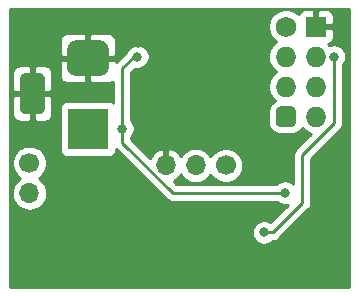
<source format=gbr>
G04 #@! TF.GenerationSoftware,KiCad,Pcbnew,(5.0.2-5)-5*
G04 #@! TF.CreationDate,2019-03-18T15:48:25+01:00*
G04 #@! TF.ProjectId,coffee-notification-button,636f6666-6565-42d6-9e6f-746966696361,00001*
G04 #@! TF.SameCoordinates,Original*
G04 #@! TF.FileFunction,Copper,L2,Bot*
G04 #@! TF.FilePolarity,Positive*
%FSLAX46Y46*%
G04 Gerber Fmt 4.6, Leading zero omitted, Abs format (unit mm)*
G04 Created by KiCad (PCBNEW (5.0.2-5)-5) date 2019 March 18, Monday 15:48:25*
%MOMM*%
%LPD*%
G01*
G04 APERTURE LIST*
G04 #@! TA.AperFunction,Conductor*
%ADD10C,0.100000*%
G04 #@! TD*
G04 #@! TA.AperFunction,ComponentPad*
%ADD11C,2.100000*%
G04 #@! TD*
G04 #@! TA.AperFunction,ComponentPad*
%ADD12C,3.000000*%
G04 #@! TD*
G04 #@! TA.AperFunction,ComponentPad*
%ADD13R,3.500000X3.500000*%
G04 #@! TD*
G04 #@! TA.AperFunction,ComponentPad*
%ADD14C,1.727200*%
G04 #@! TD*
G04 #@! TA.AperFunction,ComponentPad*
%ADD15R,1.727200X1.727200*%
G04 #@! TD*
G04 #@! TA.AperFunction,ComponentPad*
%ADD16O,1.727200X1.727200*%
G04 #@! TD*
G04 #@! TA.AperFunction,ComponentPad*
%ADD17O,1.700000X1.700000*%
G04 #@! TD*
G04 #@! TA.AperFunction,ComponentPad*
%ADD18C,1.700000*%
G04 #@! TD*
G04 #@! TA.AperFunction,ViaPad*
%ADD19C,0.800000*%
G04 #@! TD*
G04 #@! TA.AperFunction,Conductor*
%ADD20C,0.250000*%
G04 #@! TD*
G04 #@! TA.AperFunction,Conductor*
%ADD21C,0.254000*%
G04 #@! TD*
%ADD22C,0.254000*%
G04 APERTURE END LIST*
D10*
G04 #@! TO.N,GND*
G04 #@! TO.C,J2*
G36*
X107255459Y-91423528D02*
X107306422Y-91431088D01*
X107356399Y-91443606D01*
X107404909Y-91460963D01*
X107451483Y-91482991D01*
X107495674Y-91509478D01*
X107537056Y-91540170D01*
X107575231Y-91574769D01*
X107609830Y-91612944D01*
X107640522Y-91654326D01*
X107667009Y-91698517D01*
X107689037Y-91745091D01*
X107706394Y-91793601D01*
X107718912Y-91843578D01*
X107726472Y-91894541D01*
X107729000Y-91946000D01*
X107729000Y-94396000D01*
X107726472Y-94447459D01*
X107718912Y-94498422D01*
X107706394Y-94548399D01*
X107689037Y-94596909D01*
X107667009Y-94643483D01*
X107640522Y-94687674D01*
X107609830Y-94729056D01*
X107575231Y-94767231D01*
X107537056Y-94801830D01*
X107495674Y-94832522D01*
X107451483Y-94859009D01*
X107404909Y-94881037D01*
X107356399Y-94898394D01*
X107306422Y-94910912D01*
X107255459Y-94918472D01*
X107204000Y-94921000D01*
X106154000Y-94921000D01*
X106102541Y-94918472D01*
X106051578Y-94910912D01*
X106001601Y-94898394D01*
X105953091Y-94881037D01*
X105906517Y-94859009D01*
X105862326Y-94832522D01*
X105820944Y-94801830D01*
X105782769Y-94767231D01*
X105748170Y-94729056D01*
X105717478Y-94687674D01*
X105690991Y-94643483D01*
X105668963Y-94596909D01*
X105651606Y-94548399D01*
X105639088Y-94498422D01*
X105631528Y-94447459D01*
X105629000Y-94396000D01*
X105629000Y-91946000D01*
X105631528Y-91894541D01*
X105639088Y-91843578D01*
X105651606Y-91793601D01*
X105668963Y-91745091D01*
X105690991Y-91698517D01*
X105717478Y-91654326D01*
X105748170Y-91612944D01*
X105782769Y-91574769D01*
X105820944Y-91540170D01*
X105862326Y-91509478D01*
X105906517Y-91482991D01*
X105953091Y-91460963D01*
X106001601Y-91443606D01*
X106051578Y-91431088D01*
X106102541Y-91423528D01*
X106154000Y-91421000D01*
X107204000Y-91421000D01*
X107255459Y-91423528D01*
X107255459Y-91423528D01*
G37*
D11*
G04 #@! TD*
G04 #@! TO.P,J2,3*
G04 #@! TO.N,GND*
X106679000Y-93171000D03*
D10*
G04 #@! TO.N,GND*
G04 #@! TO.C,J2*
G36*
X112452513Y-88674611D02*
X112525318Y-88685411D01*
X112596714Y-88703295D01*
X112666013Y-88728090D01*
X112732548Y-88759559D01*
X112795678Y-88797398D01*
X112854795Y-88841242D01*
X112909330Y-88890670D01*
X112958758Y-88945205D01*
X113002602Y-89004322D01*
X113040441Y-89067452D01*
X113071910Y-89133987D01*
X113096705Y-89203286D01*
X113114589Y-89274682D01*
X113125389Y-89347487D01*
X113129000Y-89421000D01*
X113129000Y-90921000D01*
X113125389Y-90994513D01*
X113114589Y-91067318D01*
X113096705Y-91138714D01*
X113071910Y-91208013D01*
X113040441Y-91274548D01*
X113002602Y-91337678D01*
X112958758Y-91396795D01*
X112909330Y-91451330D01*
X112854795Y-91500758D01*
X112795678Y-91544602D01*
X112732548Y-91582441D01*
X112666013Y-91613910D01*
X112596714Y-91638705D01*
X112525318Y-91656589D01*
X112452513Y-91667389D01*
X112379000Y-91671000D01*
X110379000Y-91671000D01*
X110305487Y-91667389D01*
X110232682Y-91656589D01*
X110161286Y-91638705D01*
X110091987Y-91613910D01*
X110025452Y-91582441D01*
X109962322Y-91544602D01*
X109903205Y-91500758D01*
X109848670Y-91451330D01*
X109799242Y-91396795D01*
X109755398Y-91337678D01*
X109717559Y-91274548D01*
X109686090Y-91208013D01*
X109661295Y-91138714D01*
X109643411Y-91067318D01*
X109632611Y-90994513D01*
X109629000Y-90921000D01*
X109629000Y-89421000D01*
X109632611Y-89347487D01*
X109643411Y-89274682D01*
X109661295Y-89203286D01*
X109686090Y-89133987D01*
X109717559Y-89067452D01*
X109755398Y-89004322D01*
X109799242Y-88945205D01*
X109848670Y-88890670D01*
X109903205Y-88841242D01*
X109962322Y-88797398D01*
X110025452Y-88759559D01*
X110091987Y-88728090D01*
X110161286Y-88703295D01*
X110232682Y-88685411D01*
X110305487Y-88674611D01*
X110379000Y-88671000D01*
X112379000Y-88671000D01*
X112452513Y-88674611D01*
X112452513Y-88674611D01*
G37*
D12*
G04 #@! TD*
G04 #@! TO.P,J2,2*
G04 #@! TO.N,GND*
X111379000Y-90171000D03*
D13*
G04 #@! TO.P,J2,1*
G04 #@! TO.N,+BATT*
X111379000Y-96171000D03*
G04 #@! TD*
D14*
G04 #@! TO.P,U3,1*
G04 #@! TO.N,Net-(U3-Pad1)*
X128143000Y-87503000D03*
D15*
G04 #@! TO.P,U3,2*
G04 #@! TO.N,GND*
X130683000Y-87503000D03*
D16*
G04 #@! TO.P,U3,3*
G04 #@! TO.N,Net-(R1-Pad2)*
X128143000Y-90043000D03*
G04 #@! TO.P,U3,4*
G04 #@! TO.N,/LED_DATA*
X130683000Y-90043000D03*
G04 #@! TO.P,U3,5*
G04 #@! TO.N,Net-(R2-Pad2)*
X128143000Y-92583000D03*
G04 #@! TO.P,U3,6*
G04 #@! TO.N,/HOLD*
X130683000Y-92583000D03*
D10*
G04 #@! TD*
G04 #@! TO.N,+3V3*
G04 #@! TO.C,U3*
G36*
X128617124Y-94261479D02*
X128659040Y-94267697D01*
X128700145Y-94277993D01*
X128740043Y-94292269D01*
X128778349Y-94310386D01*
X128814695Y-94332171D01*
X128848731Y-94357414D01*
X128880129Y-94385871D01*
X128908586Y-94417269D01*
X128933829Y-94451305D01*
X128955614Y-94487651D01*
X128973731Y-94525957D01*
X128988007Y-94565855D01*
X128998303Y-94606960D01*
X129004521Y-94648876D01*
X129006600Y-94691200D01*
X129006600Y-95554800D01*
X129004521Y-95597124D01*
X128998303Y-95639040D01*
X128988007Y-95680145D01*
X128973731Y-95720043D01*
X128955614Y-95758349D01*
X128933829Y-95794695D01*
X128908586Y-95828731D01*
X128880129Y-95860129D01*
X128848731Y-95888586D01*
X128814695Y-95913829D01*
X128778349Y-95935614D01*
X128740043Y-95953731D01*
X128700145Y-95968007D01*
X128659040Y-95978303D01*
X128617124Y-95984521D01*
X128574800Y-95986600D01*
X127711200Y-95986600D01*
X127668876Y-95984521D01*
X127626960Y-95978303D01*
X127585855Y-95968007D01*
X127545957Y-95953731D01*
X127507651Y-95935614D01*
X127471305Y-95913829D01*
X127437269Y-95888586D01*
X127405871Y-95860129D01*
X127377414Y-95828731D01*
X127352171Y-95794695D01*
X127330386Y-95758349D01*
X127312269Y-95720043D01*
X127297993Y-95680145D01*
X127287697Y-95639040D01*
X127281479Y-95597124D01*
X127279400Y-95554800D01*
X127279400Y-94691200D01*
X127281479Y-94648876D01*
X127287697Y-94606960D01*
X127297993Y-94565855D01*
X127312269Y-94525957D01*
X127330386Y-94487651D01*
X127352171Y-94451305D01*
X127377414Y-94417269D01*
X127405871Y-94385871D01*
X127437269Y-94357414D01*
X127471305Y-94332171D01*
X127507651Y-94310386D01*
X127545957Y-94292269D01*
X127585855Y-94277993D01*
X127626960Y-94267697D01*
X127668876Y-94261479D01*
X127711200Y-94259400D01*
X128574800Y-94259400D01*
X128617124Y-94261479D01*
X128617124Y-94261479D01*
G37*
D14*
G04 #@! TO.P,U3,7*
G04 #@! TO.N,+3V3*
X128143000Y-95123000D03*
D16*
G04 #@! TO.P,U3,8*
G04 #@! TO.N,Net-(U3-Pad8)*
X130683000Y-95123000D03*
G04 #@! TD*
D17*
G04 #@! TO.P,SW1,2*
G04 #@! TO.N,Net-(R3-Pad2)*
X106426000Y-101600000D03*
D18*
G04 #@! TO.P,SW1,1*
G04 #@! TO.N,+BATT*
X106426000Y-99060000D03*
G04 #@! TD*
G04 #@! TO.P,J1,1*
G04 #@! TO.N,+5V*
X123057965Y-99259572D03*
D17*
G04 #@! TO.P,J1,2*
G04 #@! TO.N,Net-(J1-Pad2)*
X120517965Y-99259572D03*
G04 #@! TO.P,J1,3*
G04 #@! TO.N,GND*
X117977965Y-99259572D03*
G04 #@! TD*
D19*
G04 #@! TO.N,GND*
X115824000Y-93980000D03*
X131368800Y-98196400D03*
X130225800Y-105257600D03*
X105283000Y-86487000D03*
X125222000Y-99491800D03*
X115626850Y-88870891D03*
G04 #@! TO.N,/ENABLE*
X115570000Y-90043000D03*
X114300000Y-96139000D03*
X128052500Y-101563500D03*
G04 #@! TO.N,/LED_DATA*
X126288710Y-104927280D03*
X132207000Y-90043000D03*
G04 #@! TD*
D20*
G04 #@! TO.N,/ENABLE*
X114300000Y-91035775D02*
X114300000Y-96139000D01*
X115546775Y-89789000D02*
X114300000Y-91035775D01*
X114300000Y-96704685D02*
X114300000Y-96139000D01*
X114300000Y-97320609D02*
X114300000Y-96704685D01*
X118542891Y-101563500D02*
X114300000Y-97320609D01*
X128052500Y-101563500D02*
X118542891Y-101563500D01*
G04 #@! TO.N,/LED_DATA*
X127031722Y-104927280D02*
X126854395Y-104927280D01*
X132207000Y-95700998D02*
X129540000Y-98367998D01*
X129540000Y-98367998D02*
X129540000Y-102419002D01*
X126854395Y-104927280D02*
X126288710Y-104927280D01*
X129540000Y-102419002D02*
X127031722Y-104927280D01*
X132207000Y-90043000D02*
X132207000Y-95700998D01*
G04 #@! TD*
D21*
G04 #@! TO.N,GND*
X104787700Y-85991700D02*
X133464300Y-85991700D01*
X104787700Y-86233000D02*
X127346281Y-86233000D01*
X128939720Y-86233000D02*
X129327774Y-86233000D01*
X130556000Y-86233000D02*
X130810000Y-86233000D01*
X132038226Y-86233000D02*
X133464300Y-86233000D01*
X104787700Y-86474300D02*
X127052359Y-86474300D01*
X130556000Y-86474300D02*
X130810000Y-86474300D01*
X132161200Y-86474300D02*
X133464300Y-86474300D01*
X104787700Y-86715600D02*
X126866774Y-86715600D01*
X130556000Y-86715600D02*
X130810000Y-86715600D01*
X132181600Y-86715600D02*
X133464300Y-86715600D01*
X104787700Y-86956900D02*
X126747130Y-86956900D01*
X130556000Y-86956900D02*
X130810000Y-86956900D01*
X132181600Y-86956900D02*
X133464300Y-86956900D01*
X104787700Y-87198200D02*
X126675670Y-87198200D01*
X130556000Y-87198200D02*
X130810000Y-87198200D01*
X132181600Y-87198200D02*
X133464300Y-87198200D01*
X104787700Y-87439500D02*
X126644400Y-87439500D01*
X130536000Y-87439500D02*
X133464300Y-87439500D01*
X104787700Y-87680800D02*
X126650407Y-87680800D01*
X132073650Y-87680800D02*
X133464300Y-87680800D01*
X104787700Y-87922100D02*
X126698404Y-87922100D01*
X132181600Y-87922100D02*
X133464300Y-87922100D01*
X104787700Y-88163400D02*
X109245707Y-88163400D01*
X111220650Y-88163400D02*
X111537350Y-88163400D01*
X113512294Y-88163400D02*
X126794473Y-88163400D01*
X132181600Y-88163400D02*
X133464300Y-88163400D01*
X104787700Y-88404700D02*
X109051986Y-88404700D01*
X111252000Y-88404700D02*
X111506000Y-88404700D01*
X113706015Y-88404700D02*
X126943145Y-88404700D01*
X132181600Y-88404700D02*
X133464300Y-88404700D01*
X104787700Y-88646000D02*
X108994000Y-88646000D01*
X111252000Y-88646000D02*
X111506000Y-88646000D01*
X113764000Y-88646000D02*
X127166659Y-88646000D01*
X132118187Y-88646000D02*
X133464300Y-88646000D01*
X104787700Y-88887300D02*
X108994000Y-88887300D01*
X111252000Y-88887300D02*
X111506000Y-88887300D01*
X113764000Y-88887300D02*
X127188969Y-88887300D01*
X131910287Y-88887300D02*
X133464300Y-88887300D01*
X104787700Y-89128600D02*
X108994000Y-89128600D01*
X111252000Y-89128600D02*
X111506000Y-89128600D01*
X113764000Y-89128600D02*
X115075547Y-89128600D01*
X116064454Y-89128600D02*
X126954776Y-89128600D01*
X132701454Y-89128600D02*
X133464300Y-89128600D01*
X104787700Y-89369900D02*
X108994000Y-89369900D01*
X111252000Y-89369900D02*
X111506000Y-89369900D01*
X113764000Y-89369900D02*
X114779389Y-89369900D01*
X116360611Y-89369900D02*
X126803536Y-89369900D01*
X132997611Y-89369900D02*
X133464300Y-89369900D01*
X104787700Y-89611200D02*
X108994000Y-89611200D01*
X111252000Y-89611200D02*
X111506000Y-89611200D01*
X113764000Y-89611200D02*
X114628582Y-89611200D01*
X116511419Y-89611200D02*
X126707953Y-89611200D01*
X133148419Y-89611200D02*
X133464300Y-89611200D01*
X104787700Y-89852500D02*
X108994000Y-89852500D01*
X111252000Y-89852500D02*
X111506000Y-89852500D01*
X113764000Y-89852500D02*
X114408474Y-89852500D01*
X116587385Y-89852500D02*
X126655912Y-89852500D01*
X133224385Y-89852500D02*
X133464300Y-89852500D01*
X104787700Y-90093800D02*
X114167174Y-90093800D01*
X116605000Y-90093800D02*
X126642152Y-90093800D01*
X133242000Y-90093800D02*
X133464300Y-90093800D01*
X104787700Y-90335100D02*
X109115650Y-90335100D01*
X111252000Y-90335100D02*
X111506000Y-90335100D01*
X113642350Y-90335100D02*
X113925874Y-90335100D01*
X116567174Y-90335100D02*
X126665918Y-90335100D01*
X133204174Y-90335100D02*
X133464300Y-90335100D01*
X104787700Y-90576400D02*
X108994000Y-90576400D01*
X111252000Y-90576400D02*
X111506000Y-90576400D01*
X116458377Y-90576400D02*
X126738772Y-90576400D01*
X133095377Y-90576400D02*
X133464300Y-90576400D01*
X104787700Y-90817700D02*
X105426161Y-90817700D01*
X106424950Y-90817700D02*
X106933050Y-90817700D01*
X107931840Y-90817700D02*
X108994000Y-90817700D01*
X111252000Y-90817700D02*
X111506000Y-90817700D01*
X116259011Y-90817700D02*
X126857841Y-90817700D01*
X132967000Y-90817700D02*
X133464300Y-90817700D01*
X104787700Y-91059000D02*
X105107173Y-91059000D01*
X106552000Y-91059000D02*
X106806000Y-91059000D01*
X108250828Y-91059000D02*
X108994000Y-91059000D01*
X111252000Y-91059000D02*
X111506000Y-91059000D01*
X115351576Y-91059000D02*
X115372540Y-91059000D01*
X115767459Y-91059000D02*
X127038156Y-91059000D01*
X132967000Y-91059000D02*
X133464300Y-91059000D01*
X104787700Y-91300300D02*
X105005569Y-91300300D01*
X106552000Y-91300300D02*
X106806000Y-91300300D01*
X108352432Y-91300300D02*
X108994000Y-91300300D01*
X111252000Y-91300300D02*
X111506000Y-91300300D01*
X115110276Y-91300300D02*
X127316180Y-91300300D01*
X132967000Y-91300300D02*
X133464300Y-91300300D01*
X104787700Y-91541600D02*
X104994000Y-91541600D01*
X106552000Y-91541600D02*
X106806000Y-91541600D01*
X108364000Y-91541600D02*
X108994000Y-91541600D01*
X111252000Y-91541600D02*
X111506000Y-91541600D01*
X115060000Y-91541600D02*
X127059002Y-91541600D01*
X132967000Y-91541600D02*
X133464300Y-91541600D01*
X104787700Y-91782900D02*
X104994000Y-91782900D01*
X106552000Y-91782900D02*
X106806000Y-91782900D01*
X108364000Y-91782900D02*
X109003818Y-91782900D01*
X111252000Y-91782900D02*
X111506000Y-91782900D01*
X115060000Y-91782900D02*
X126871419Y-91782900D01*
X132967000Y-91782900D02*
X133464300Y-91782900D01*
X104787700Y-92024200D02*
X104994000Y-92024200D01*
X106552000Y-92024200D02*
X106806000Y-92024200D01*
X108364000Y-92024200D02*
X109101292Y-92024200D01*
X111252000Y-92024200D02*
X111506000Y-92024200D01*
X115060000Y-92024200D02*
X126746478Y-92024200D01*
X132967000Y-92024200D02*
X133464300Y-92024200D01*
X104787700Y-92265500D02*
X104994000Y-92265500D01*
X106552000Y-92265500D02*
X106806000Y-92265500D01*
X108364000Y-92265500D02*
X109404915Y-92265500D01*
X111133750Y-92265500D02*
X111624250Y-92265500D01*
X113353084Y-92265500D02*
X113540000Y-92265500D01*
X115060000Y-92265500D02*
X126673281Y-92265500D01*
X132967000Y-92265500D02*
X133464300Y-92265500D01*
X104787700Y-92506800D02*
X104994000Y-92506800D01*
X106552000Y-92506800D02*
X106806000Y-92506800D01*
X108364000Y-92506800D02*
X113540000Y-92506800D01*
X115060000Y-92506800D02*
X126644655Y-92506800D01*
X132967000Y-92506800D02*
X133464300Y-92506800D01*
X104787700Y-92748100D02*
X104994000Y-92748100D01*
X106552000Y-92748100D02*
X106806000Y-92748100D01*
X108364000Y-92748100D02*
X113540000Y-92748100D01*
X115060000Y-92748100D02*
X126653410Y-92748100D01*
X132967000Y-92748100D02*
X133464300Y-92748100D01*
X104787700Y-92989400D02*
X105098150Y-92989400D01*
X106552000Y-92989400D02*
X106806000Y-92989400D01*
X108259850Y-92989400D02*
X113540000Y-92989400D01*
X115060000Y-92989400D02*
X126700247Y-92989400D01*
X132967000Y-92989400D02*
X133464300Y-92989400D01*
X104787700Y-93230700D02*
X113540000Y-93230700D01*
X115060000Y-93230700D02*
X126789958Y-93230700D01*
X132967000Y-93230700D02*
X133464300Y-93230700D01*
X104787700Y-93472000D02*
X104994000Y-93472000D01*
X106552000Y-93472000D02*
X106806000Y-93472000D01*
X108364000Y-93472000D02*
X113540000Y-93472000D01*
X115060000Y-93472000D02*
X126933929Y-93472000D01*
X132967000Y-93472000D02*
X133464300Y-93472000D01*
X104787700Y-93713300D02*
X104994000Y-93713300D01*
X106552000Y-93713300D02*
X106806000Y-93713300D01*
X108364000Y-93713300D02*
X113540000Y-93713300D01*
X115060000Y-93713300D02*
X127158018Y-93713300D01*
X132967000Y-93713300D02*
X133464300Y-93713300D01*
X104787700Y-93954600D02*
X104994000Y-93954600D01*
X106552000Y-93954600D02*
X106806000Y-93954600D01*
X108364000Y-93954600D02*
X109196355Y-93954600D01*
X115060000Y-93954600D02*
X126938344Y-93954600D01*
X132967000Y-93954600D02*
X133464300Y-93954600D01*
X104787700Y-94195900D02*
X104994000Y-94195900D01*
X106552000Y-94195900D02*
X106806000Y-94195900D01*
X108364000Y-94195900D02*
X109033711Y-94195900D01*
X115060000Y-94195900D02*
X126768670Y-94195900D01*
X132967000Y-94195900D02*
X133464300Y-94195900D01*
X104787700Y-94437200D02*
X104994000Y-94437200D01*
X106552000Y-94437200D02*
X106806000Y-94437200D01*
X108364000Y-94437200D02*
X108990928Y-94437200D01*
X115060000Y-94437200D02*
X126675621Y-94437200D01*
X132967000Y-94437200D02*
X133464300Y-94437200D01*
X104787700Y-94678500D02*
X104994000Y-94678500D01*
X106552000Y-94678500D02*
X106806000Y-94678500D01*
X108364000Y-94678500D02*
X108990928Y-94678500D01*
X115060000Y-94678500D02*
X126642579Y-94678500D01*
X132967000Y-94678500D02*
X133464300Y-94678500D01*
X104787700Y-94919800D02*
X104994000Y-94919800D01*
X106552000Y-94919800D02*
X106806000Y-94919800D01*
X108364000Y-94919800D02*
X108990928Y-94919800D01*
X115060000Y-94919800D02*
X126641328Y-94919800D01*
X132967000Y-94919800D02*
X133464300Y-94919800D01*
X104787700Y-95161100D02*
X105041133Y-95161100D01*
X106552000Y-95161100D02*
X106806000Y-95161100D01*
X108316866Y-95161100D02*
X108990928Y-95161100D01*
X115060000Y-95161100D02*
X126641328Y-95161100D01*
X132967000Y-95161100D02*
X133464300Y-95161100D01*
X104787700Y-95402400D02*
X105212374Y-95402400D01*
X106546850Y-95402400D02*
X106811150Y-95402400D01*
X108145626Y-95402400D02*
X108990928Y-95402400D01*
X115060000Y-95402400D02*
X126641328Y-95402400D01*
X132967000Y-95402400D02*
X133464300Y-95402400D01*
X104787700Y-95643700D02*
X108990928Y-95643700D01*
X115213835Y-95643700D02*
X126650083Y-95643700D01*
X132967000Y-95643700D02*
X133464300Y-95643700D01*
X104787700Y-95885000D02*
X108990928Y-95885000D01*
X115304754Y-95885000D02*
X126698735Y-95885000D01*
X132945381Y-95885000D02*
X133464300Y-95885000D01*
X104787700Y-96126300D02*
X108990928Y-96126300D01*
X115335000Y-96126300D02*
X126809399Y-96126300D01*
X129476600Y-96126300D02*
X129567733Y-96126300D01*
X132841131Y-96126300D02*
X133464300Y-96126300D01*
X104787700Y-96367600D02*
X108990928Y-96367600D01*
X115309805Y-96367600D02*
X127023270Y-96367600D01*
X129262729Y-96367600D02*
X129837293Y-96367600D01*
X132615199Y-96367600D02*
X133464300Y-96367600D01*
X104787700Y-96608900D02*
X108990928Y-96608900D01*
X115225636Y-96608900D02*
X127551061Y-96608900D01*
X128734938Y-96608900D02*
X130224297Y-96608900D01*
X132373899Y-96608900D02*
X133464300Y-96608900D01*
X104787700Y-96850200D02*
X108990928Y-96850200D01*
X115060000Y-96850200D02*
X129982997Y-96850200D01*
X132132599Y-96850200D02*
X133464300Y-96850200D01*
X104787700Y-97091500D02*
X108990928Y-97091500D01*
X115145693Y-97091500D02*
X129741697Y-97091500D01*
X131891299Y-97091500D02*
X133464300Y-97091500D01*
X104787700Y-97332800D02*
X108990928Y-97332800D01*
X115386993Y-97332800D02*
X129500397Y-97332800D01*
X131649999Y-97332800D02*
X133464300Y-97332800D01*
X104787700Y-97574100D02*
X108990928Y-97574100D01*
X115628293Y-97574100D02*
X129259097Y-97574100D01*
X131408699Y-97574100D02*
X133464300Y-97574100D01*
X104787700Y-97815400D02*
X105615747Y-97815400D01*
X107236254Y-97815400D02*
X108990928Y-97815400D01*
X115869593Y-97815400D02*
X120163096Y-97815400D01*
X120872835Y-97815400D02*
X122706451Y-97815400D01*
X123409480Y-97815400D02*
X129015349Y-97815400D01*
X131167399Y-97815400D02*
X133464300Y-97815400D01*
X104787700Y-98056700D02*
X105329193Y-98056700D01*
X107522807Y-98056700D02*
X109006590Y-98056700D01*
X113751409Y-98056700D02*
X113961289Y-98056700D01*
X116110893Y-98056700D02*
X117118848Y-98056700D01*
X117850965Y-98056700D02*
X118104965Y-98056700D01*
X118837083Y-98056700D02*
X119642851Y-98056700D01*
X121393080Y-98056700D02*
X122185261Y-98056700D01*
X123930670Y-98056700D02*
X128844638Y-98056700D01*
X130926099Y-98056700D02*
X133464300Y-98056700D01*
X104787700Y-98298000D02*
X105149158Y-98298000D01*
X107702843Y-98298000D02*
X109116933Y-98298000D01*
X113641066Y-98298000D02*
X114202589Y-98298000D01*
X116352193Y-98298000D02*
X116855094Y-98298000D01*
X117850965Y-98298000D02*
X118104965Y-98298000D01*
X119100837Y-98298000D02*
X119386047Y-98298000D01*
X121649884Y-98298000D02*
X121919430Y-98298000D01*
X124196500Y-98298000D02*
X128783218Y-98298000D01*
X130684799Y-98298000D02*
X133464300Y-98298000D01*
X104787700Y-98539300D02*
X105034329Y-98539300D01*
X107817672Y-98539300D02*
X109479754Y-98539300D01*
X113278245Y-98539300D02*
X114443889Y-98539300D01*
X116593493Y-98539300D02*
X116686835Y-98539300D01*
X117850965Y-98539300D02*
X118104965Y-98539300D01*
X124362689Y-98539300D02*
X128780000Y-98539300D01*
X130443499Y-98539300D02*
X133464300Y-98539300D01*
X104787700Y-98780600D02*
X104967484Y-98780600D01*
X107884517Y-98780600D02*
X114685189Y-98780600D01*
X117850965Y-98780600D02*
X118104965Y-98780600D01*
X124466921Y-98780600D02*
X128780000Y-98780600D01*
X130300000Y-98780600D02*
X133464300Y-98780600D01*
X104787700Y-99021900D02*
X104941000Y-99021900D01*
X107911000Y-99021900D02*
X114926489Y-99021900D01*
X117850965Y-99021900D02*
X118104965Y-99021900D01*
X124524782Y-99021900D02*
X128780000Y-99021900D01*
X130300000Y-99021900D02*
X133464300Y-99021900D01*
X104787700Y-99263200D02*
X104952326Y-99263200D01*
X107899673Y-99263200D02*
X115167789Y-99263200D01*
X117830965Y-99263200D02*
X118124965Y-99263200D01*
X124542965Y-99263200D02*
X128780000Y-99263200D01*
X130300000Y-99263200D02*
X133464300Y-99263200D01*
X104787700Y-99504500D02*
X105002765Y-99504500D01*
X107849234Y-99504500D02*
X115409089Y-99504500D01*
X124523338Y-99504500D02*
X128780000Y-99504500D01*
X130300000Y-99504500D02*
X133464300Y-99504500D01*
X104787700Y-99745800D02*
X105102715Y-99745800D01*
X107749284Y-99745800D02*
X115650389Y-99745800D01*
X124463914Y-99745800D02*
X128780000Y-99745800D01*
X130300000Y-99745800D02*
X133464300Y-99745800D01*
X104787700Y-99987100D02*
X105259474Y-99987100D01*
X107592525Y-99987100D02*
X115891689Y-99987100D01*
X124357840Y-99987100D02*
X128780000Y-99987100D01*
X130300000Y-99987100D02*
X133464300Y-99987100D01*
X104787700Y-100228400D02*
X105501704Y-100228400D01*
X107350295Y-100228400D02*
X116132989Y-100228400D01*
X119094296Y-100228400D02*
X119392001Y-100228400D01*
X121643928Y-100228400D02*
X121926686Y-100228400D01*
X124189244Y-100228400D02*
X128780000Y-100228400D01*
X130300000Y-100228400D02*
X133464300Y-100228400D01*
X104787700Y-100469700D02*
X105462456Y-100469700D01*
X107389545Y-100469700D02*
X116374289Y-100469700D01*
X118827354Y-100469700D02*
X119651691Y-100469700D01*
X121384238Y-100469700D02*
X122196120Y-100469700D01*
X123919809Y-100469700D02*
X128780000Y-100469700D01*
X130300000Y-100469700D02*
X133464300Y-100469700D01*
X104787700Y-100711000D02*
X105234524Y-100711000D01*
X107617477Y-100711000D02*
X116615589Y-100711000D01*
X118765193Y-100711000D02*
X120187015Y-100711000D01*
X120848914Y-100711000D02*
X122742928Y-100711000D01*
X123373001Y-100711000D02*
X127465406Y-100711000D01*
X128639595Y-100711000D02*
X128780000Y-100711000D01*
X130300000Y-100711000D02*
X133464300Y-100711000D01*
X104787700Y-100952300D02*
X105088380Y-100952300D01*
X107763621Y-100952300D02*
X116856889Y-100952300D01*
X130300000Y-100952300D02*
X133464300Y-100952300D01*
X104787700Y-101193600D02*
X104997460Y-101193600D01*
X107854541Y-101193600D02*
X117098189Y-101193600D01*
X130300000Y-101193600D02*
X133464300Y-101193600D01*
X104787700Y-101434900D02*
X104950076Y-101434900D01*
X107901925Y-101434900D02*
X117339489Y-101434900D01*
X130300000Y-101434900D02*
X133464300Y-101434900D01*
X104787700Y-101676200D02*
X104941320Y-101676200D01*
X107910679Y-101676200D02*
X117580789Y-101676200D01*
X130300000Y-101676200D02*
X133464300Y-101676200D01*
X104787700Y-101917500D02*
X104970492Y-101917500D01*
X107881507Y-101917500D02*
X117822089Y-101917500D01*
X130300000Y-101917500D02*
X133464300Y-101917500D01*
X104787700Y-102158800D02*
X105043689Y-102158800D01*
X107808310Y-102158800D02*
X118070271Y-102158800D01*
X130300000Y-102158800D02*
X133464300Y-102158800D01*
X104787700Y-102400100D02*
X105169839Y-102400100D01*
X107682160Y-102400100D02*
X127441609Y-102400100D01*
X130301815Y-102400100D02*
X133464300Y-102400100D01*
X104787700Y-102641400D02*
X105359594Y-102641400D01*
X107492405Y-102641400D02*
X128242801Y-102641400D01*
X130266734Y-102641400D02*
X133464300Y-102641400D01*
X104787700Y-102882700D02*
X105675551Y-102882700D01*
X107176448Y-102882700D02*
X128001501Y-102882700D01*
X130142621Y-102882700D02*
X133464300Y-102882700D01*
X104787700Y-103124000D02*
X127760201Y-103124000D01*
X129909803Y-103124000D02*
X133464300Y-103124000D01*
X104787700Y-103365300D02*
X127518901Y-103365300D01*
X129668503Y-103365300D02*
X133464300Y-103365300D01*
X104787700Y-103606600D02*
X127277601Y-103606600D01*
X129427203Y-103606600D02*
X133464300Y-103606600D01*
X104787700Y-103847900D02*
X127036301Y-103847900D01*
X129185903Y-103847900D02*
X133464300Y-103847900D01*
X104787700Y-104089200D02*
X125680035Y-104089200D01*
X128944603Y-104089200D02*
X133464300Y-104089200D01*
X104787700Y-104330500D02*
X125442682Y-104330500D01*
X128703303Y-104330500D02*
X133464300Y-104330500D01*
X104787700Y-104571800D02*
X125315679Y-104571800D01*
X128462003Y-104571800D02*
X133464300Y-104571800D01*
X104787700Y-104813100D02*
X125256145Y-104813100D01*
X128220703Y-104813100D02*
X133464300Y-104813100D01*
X104787700Y-105054400D02*
X125258718Y-105054400D01*
X127979403Y-105054400D02*
X133464300Y-105054400D01*
X104787700Y-105295700D02*
X125321038Y-105295700D01*
X127738103Y-105295700D02*
X133464300Y-105295700D01*
X104787700Y-105537000D02*
X125451328Y-105537000D01*
X127486770Y-105537000D02*
X133464300Y-105537000D01*
X104787700Y-105778300D02*
X125699400Y-105778300D01*
X126878019Y-105778300D02*
X133464300Y-105778300D01*
X104787700Y-106019600D02*
X133464300Y-106019600D01*
X104787700Y-106260900D02*
X133464300Y-106260900D01*
X104787700Y-106502200D02*
X133464300Y-106502200D01*
X104787700Y-106743500D02*
X133464300Y-106743500D01*
X104787700Y-106984800D02*
X133464300Y-106984800D01*
X104787700Y-107226100D02*
X133464300Y-107226100D01*
X104787700Y-107467400D02*
X133464300Y-107467400D01*
X104787700Y-107708700D02*
X133464300Y-107708700D01*
X104787700Y-107950000D02*
X133464300Y-107950000D01*
X104787700Y-108191300D02*
X133464300Y-108191300D01*
X104787700Y-108432600D02*
X133464300Y-108432600D01*
X104787700Y-108673900D02*
X133464300Y-108673900D01*
X104787700Y-108915200D02*
X133464300Y-108915200D01*
X104787700Y-109156500D02*
X133464300Y-109156500D01*
X104787700Y-109397800D02*
X133464300Y-109397800D01*
X133464301Y-109588300D02*
X133464301Y-109588300D01*
X133223001Y-85991700D02*
X133223001Y-89845546D01*
X133223001Y-90240455D02*
X133223001Y-109588300D01*
X132981701Y-85991700D02*
X132981701Y-89353990D01*
X132981701Y-90732010D02*
X132981701Y-109588300D01*
X132740401Y-85991700D02*
X132740401Y-89154624D01*
X132740401Y-96246416D02*
X132740401Y-109588300D01*
X132499101Y-85991700D02*
X132499101Y-89045826D01*
X132499101Y-96483699D02*
X132499101Y-109588300D01*
X132257801Y-85991700D02*
X132257801Y-89008000D01*
X132257801Y-96724999D02*
X132257801Y-109588300D01*
X132016501Y-85991700D02*
X132016501Y-86211275D01*
X132016501Y-87376000D02*
X132016501Y-87630000D01*
X132016501Y-88794725D02*
X132016501Y-89025615D01*
X132016501Y-96966299D02*
X132016501Y-109588300D01*
X131775201Y-85991700D02*
X131775201Y-86046771D01*
X131775201Y-87376000D02*
X131775201Y-87630000D01*
X131775201Y-88959230D02*
X131775201Y-89011596D01*
X131775201Y-97207599D02*
X131775201Y-109588300D01*
X131533901Y-85991700D02*
X131533901Y-86004400D01*
X131533901Y-87376000D02*
X131533901Y-87630000D01*
X131533901Y-97448899D02*
X131533901Y-109588300D01*
X131292601Y-85991700D02*
X131292601Y-86004400D01*
X131292601Y-87376000D02*
X131292601Y-87630000D01*
X131292601Y-97690199D02*
X131292601Y-109588300D01*
X131051301Y-85991700D02*
X131051301Y-86004400D01*
X131051301Y-87376000D02*
X131051301Y-87630000D01*
X131051301Y-97931499D02*
X131051301Y-109588300D01*
X130810001Y-85991700D02*
X130810001Y-86163149D01*
X130810001Y-87376000D02*
X130810001Y-87630000D01*
X130810001Y-98172799D02*
X130810001Y-109588300D01*
X130568701Y-85991700D02*
X130568701Y-86163150D01*
X130568701Y-86163150D02*
X130568701Y-87650000D01*
X130568701Y-98414099D02*
X130568701Y-109588300D01*
X130327401Y-85991700D02*
X130327401Y-86004400D01*
X130327401Y-98655399D02*
X130327401Y-109588300D01*
X130086101Y-85991700D02*
X130086101Y-86004400D01*
X130086101Y-96503195D02*
X130086101Y-96747095D01*
X130086101Y-102951571D02*
X130086101Y-109588300D01*
X129844801Y-85991700D02*
X129844801Y-86004400D01*
X129844801Y-96373761D02*
X129844801Y-96988395D01*
X129844801Y-103189003D02*
X129844801Y-109588300D01*
X129603501Y-85991700D02*
X129603501Y-86041509D01*
X129603501Y-96169882D02*
X129603501Y-97229695D01*
X129603501Y-103430303D02*
X129603501Y-109588300D01*
X129362201Y-85991700D02*
X129362201Y-86198573D01*
X129362201Y-96273678D02*
X129362201Y-97470995D01*
X129362201Y-103671603D02*
X129362201Y-109588300D01*
X129120901Y-85991700D02*
X129120901Y-86361560D01*
X129120901Y-96470177D02*
X129120901Y-97712295D01*
X129120901Y-103912903D02*
X129120901Y-109588300D01*
X128879601Y-85991700D02*
X128879601Y-86192831D01*
X128879601Y-96574970D02*
X128879601Y-97991288D01*
X128879601Y-104154203D02*
X128879601Y-109588300D01*
X128638301Y-85991700D02*
X128638301Y-86086088D01*
X128638301Y-96618418D02*
X128638301Y-100710136D01*
X128638301Y-104395503D02*
X128638301Y-109588300D01*
X128397001Y-85991700D02*
X128397001Y-86025565D01*
X128397001Y-96624672D02*
X128397001Y-100585921D01*
X128397001Y-104636803D02*
X128397001Y-109588300D01*
X128155701Y-85991700D02*
X128155701Y-86004400D01*
X128155701Y-96624672D02*
X128155701Y-100528752D01*
X128155701Y-102598249D02*
X128155701Y-102728500D01*
X128155701Y-104878103D02*
X128155701Y-109588300D01*
X127914401Y-85991700D02*
X127914401Y-86020511D01*
X127914401Y-96624672D02*
X127914401Y-100535692D01*
X127914401Y-102591307D02*
X127914401Y-102969800D01*
X127914401Y-105119403D02*
X127914401Y-109588300D01*
X127673101Y-85991700D02*
X127673101Y-86075565D01*
X127673101Y-96620919D02*
X127673101Y-100600376D01*
X127673101Y-102526623D02*
X127673101Y-103211100D01*
X127673101Y-105360703D02*
X127673101Y-109588300D01*
X127431801Y-85991700D02*
X127431801Y-86175857D01*
X127431801Y-96582675D02*
X127431801Y-100733453D01*
X127431801Y-102393546D02*
X127431801Y-103452400D01*
X127431801Y-105575188D02*
X127431801Y-109588300D01*
X127190501Y-85991700D02*
X127190501Y-86337088D01*
X127190501Y-88668911D02*
X127190501Y-88886042D01*
X127190501Y-91199957D02*
X127190501Y-91426042D01*
X127190501Y-93739958D02*
X127190501Y-93762245D01*
X127190501Y-96483754D02*
X127190501Y-100803500D01*
X127190501Y-102323500D02*
X127190501Y-103693700D01*
X127190501Y-105673313D02*
X127190501Y-109588300D01*
X126949201Y-85991700D02*
X126949201Y-86592237D01*
X126949201Y-88413762D02*
X126949201Y-89135391D01*
X126949201Y-90950608D02*
X126949201Y-91675391D01*
X126949201Y-93490608D02*
X126949201Y-93941369D01*
X126949201Y-96304630D02*
X126949201Y-100803500D01*
X126949201Y-102323500D02*
X126949201Y-103935000D01*
X126949201Y-105730500D02*
X126949201Y-109588300D01*
X126707901Y-85991700D02*
X126707901Y-87051604D01*
X126707901Y-87954395D02*
X126707901Y-89611370D01*
X126707901Y-90474629D02*
X126707901Y-92151370D01*
X126707901Y-93014629D02*
X126707901Y-94330784D01*
X126707901Y-95915215D02*
X126707901Y-100803500D01*
X126707901Y-102323500D02*
X126707901Y-103980639D01*
X126707901Y-105873922D02*
X126707901Y-109588300D01*
X126466601Y-85991700D02*
X126466601Y-100803500D01*
X126466601Y-102323500D02*
X126466601Y-103907388D01*
X126466601Y-105947173D02*
X126466601Y-109588300D01*
X126225301Y-85991700D02*
X126225301Y-100803500D01*
X126225301Y-102323500D02*
X126225301Y-103892280D01*
X126225301Y-105962280D02*
X126225301Y-109588300D01*
X125984001Y-85991700D02*
X125984001Y-100803500D01*
X125984001Y-102323500D02*
X125984001Y-103933218D01*
X125984001Y-105921341D02*
X125984001Y-109588300D01*
X125742701Y-85991700D02*
X125742701Y-100803500D01*
X125742701Y-102323500D02*
X125742701Y-104047327D01*
X125742701Y-105807232D02*
X125742701Y-109588300D01*
X125501401Y-85991700D02*
X125501401Y-100803500D01*
X125501401Y-102323500D02*
X125501401Y-104250878D01*
X125501401Y-105603682D02*
X125501401Y-109588300D01*
X125260101Y-85991700D02*
X125260101Y-100803500D01*
X125260101Y-102323500D02*
X125260101Y-104793211D01*
X125260101Y-105061348D02*
X125260101Y-109588300D01*
X125018801Y-85991700D02*
X125018801Y-100803500D01*
X125018801Y-102323500D02*
X125018801Y-109588300D01*
X124777501Y-85991700D02*
X124777501Y-100803500D01*
X124777501Y-102323500D02*
X124777501Y-109588300D01*
X124536201Y-85991700D02*
X124536201Y-99079308D01*
X124536201Y-99439837D02*
X124536201Y-100803500D01*
X124536201Y-102323500D02*
X124536201Y-109588300D01*
X124294901Y-85991700D02*
X124294901Y-98437849D01*
X124294901Y-100081296D02*
X124294901Y-100803500D01*
X124294901Y-102323500D02*
X124294901Y-109588300D01*
X124053601Y-85991700D02*
X124053601Y-98155101D01*
X124053601Y-100364043D02*
X124053601Y-100803500D01*
X124053601Y-102323500D02*
X124053601Y-109588300D01*
X123812301Y-85991700D02*
X123812301Y-97977609D01*
X123812301Y-100541536D02*
X123812301Y-100803500D01*
X123812301Y-102323500D02*
X123812301Y-109588300D01*
X123571001Y-85991700D02*
X123571001Y-97864727D01*
X123571001Y-100654418D02*
X123571001Y-100803500D01*
X123571001Y-102323500D02*
X123571001Y-109588300D01*
X123329701Y-85991700D02*
X123329701Y-97799531D01*
X123329701Y-100719614D02*
X123329701Y-100803500D01*
X123329701Y-102323500D02*
X123329701Y-109588300D01*
X123088401Y-85991700D02*
X123088401Y-97774572D01*
X123088401Y-100744572D02*
X123088401Y-100803500D01*
X123088401Y-102323500D02*
X123088401Y-109588300D01*
X122847101Y-85991700D02*
X122847101Y-97787422D01*
X122847101Y-100731721D02*
X122847101Y-100803500D01*
X122847101Y-102323500D02*
X122847101Y-109588300D01*
X122605801Y-85991700D02*
X122605801Y-97839512D01*
X122605801Y-100679631D02*
X122605801Y-100803500D01*
X122605801Y-102323500D02*
X122605801Y-109588300D01*
X122364501Y-85991700D02*
X122364501Y-97939461D01*
X122364501Y-100579682D02*
X122364501Y-100803500D01*
X122364501Y-102323500D02*
X122364501Y-109588300D01*
X122123201Y-85991700D02*
X122123201Y-98098167D01*
X122123201Y-100420976D02*
X122123201Y-100803500D01*
X122123201Y-102323500D02*
X122123201Y-109588300D01*
X121881901Y-85991700D02*
X121881901Y-98346746D01*
X121881901Y-100172397D02*
X121881901Y-100803500D01*
X121881901Y-102323500D02*
X121881901Y-109588300D01*
X121640601Y-85991700D02*
X121640601Y-98286690D01*
X121640601Y-100232455D02*
X121640601Y-100803500D01*
X121640601Y-102323500D02*
X121640601Y-109588300D01*
X121399301Y-85991700D02*
X121399301Y-98061806D01*
X121399301Y-100457339D02*
X121399301Y-100803500D01*
X121399301Y-102323500D02*
X121399301Y-109588300D01*
X121158001Y-85991700D02*
X121158001Y-97917856D01*
X121158001Y-100601289D02*
X121158001Y-100803500D01*
X121158001Y-102323500D02*
X121158001Y-109588300D01*
X120916701Y-85991700D02*
X120916701Y-97828707D01*
X120916701Y-100690438D02*
X120916701Y-100803500D01*
X120916701Y-102323500D02*
X120916701Y-109588300D01*
X120675401Y-85991700D02*
X120675401Y-97782894D01*
X120675401Y-100736251D02*
X120675401Y-100803500D01*
X120675401Y-102323500D02*
X120675401Y-109588300D01*
X120434101Y-85991700D02*
X120434101Y-97775646D01*
X120434101Y-100743497D02*
X120434101Y-100803500D01*
X120434101Y-102323500D02*
X120434101Y-109588300D01*
X120192801Y-85991700D02*
X120192801Y-97806388D01*
X120192801Y-100712755D02*
X120192801Y-100803500D01*
X120192801Y-102323500D02*
X120192801Y-109588300D01*
X119951501Y-85991700D02*
X119951501Y-97879586D01*
X119951501Y-100639557D02*
X119951501Y-100803500D01*
X119951501Y-102323500D02*
X119951501Y-109588300D01*
X119710201Y-85991700D02*
X119710201Y-98007507D01*
X119710201Y-100511636D02*
X119710201Y-100803500D01*
X119710201Y-102323500D02*
X119710201Y-109588300D01*
X119468901Y-85991700D02*
X119468901Y-98199456D01*
X119468901Y-100319687D02*
X119468901Y-100803500D01*
X119468901Y-102323500D02*
X119468901Y-109588300D01*
X119227601Y-85991700D02*
X119227601Y-98469640D01*
X119227601Y-100049505D02*
X119227601Y-100803500D01*
X119227601Y-102323500D02*
X119227601Y-109588300D01*
X118986301Y-85991700D02*
X118986301Y-98170934D01*
X118986301Y-100348211D02*
X118986301Y-100803500D01*
X118986301Y-102323500D02*
X118986301Y-109588300D01*
X118745001Y-85991700D02*
X118745001Y-97988018D01*
X118745001Y-100531127D02*
X118745001Y-100690809D01*
X118745001Y-102323500D02*
X118745001Y-109588300D01*
X118503701Y-85991700D02*
X118503701Y-97873053D01*
X118503701Y-102323317D02*
X118503701Y-109588300D01*
X118262401Y-85991700D02*
X118262401Y-97856332D01*
X118262401Y-102272612D02*
X118262401Y-109588300D01*
X118021101Y-85991700D02*
X118021101Y-99406572D01*
X118021101Y-102118446D02*
X118021101Y-109588300D01*
X117779801Y-85991700D02*
X117779801Y-97901862D01*
X117779801Y-101875211D02*
X117779801Y-109588300D01*
X117538501Y-85991700D02*
X117538501Y-97843142D01*
X117538501Y-101633911D02*
X117538501Y-109588300D01*
X117297201Y-85991700D02*
X117297201Y-97946894D01*
X117297201Y-101392611D02*
X117297201Y-109588300D01*
X117055901Y-85991700D02*
X117055901Y-98103651D01*
X117055901Y-101151311D02*
X117055901Y-109588300D01*
X116814601Y-85991700D02*
X116814601Y-98342922D01*
X116814601Y-100910011D02*
X116814601Y-109588300D01*
X116573301Y-85991700D02*
X116573301Y-89781699D01*
X116573301Y-90304302D02*
X116573301Y-98519109D01*
X116573301Y-100668711D02*
X116573301Y-109588300D01*
X116332001Y-85991700D02*
X116332001Y-89341290D01*
X116332001Y-90744710D02*
X116332001Y-98277809D01*
X116332001Y-100427411D02*
X116332001Y-109588300D01*
X116090701Y-85991700D02*
X116090701Y-89146138D01*
X116090701Y-90939863D02*
X116090701Y-98036509D01*
X116090701Y-100186111D02*
X116090701Y-109588300D01*
X115849401Y-85991700D02*
X115849401Y-89043300D01*
X115849401Y-91042701D02*
X115849401Y-97795209D01*
X115849401Y-99944811D02*
X115849401Y-109588300D01*
X115608101Y-85991700D02*
X115608101Y-89008000D01*
X115608101Y-91078000D02*
X115608101Y-97553909D01*
X115608101Y-99703511D02*
X115608101Y-109588300D01*
X115366801Y-85991700D02*
X115366801Y-89028141D01*
X115366801Y-91057858D02*
X115366801Y-97312609D01*
X115366801Y-99462211D02*
X115366801Y-109588300D01*
X115125501Y-85991700D02*
X115125501Y-89106841D01*
X115125501Y-91285076D02*
X115125501Y-95511499D01*
X115125501Y-96766502D02*
X115125501Y-97071309D01*
X115125501Y-99220911D02*
X115125501Y-109588300D01*
X114884201Y-85991700D02*
X114884201Y-89265088D01*
X114884201Y-98979611D02*
X114884201Y-109588300D01*
X114642901Y-85991700D02*
X114642901Y-89576630D01*
X114642901Y-98738311D02*
X114642901Y-109588300D01*
X114401601Y-85991700D02*
X114401601Y-89859373D01*
X114401601Y-98497011D02*
X114401601Y-109588300D01*
X114160301Y-85991700D02*
X114160301Y-90100673D01*
X114160301Y-98255711D02*
X114160301Y-109588300D01*
X113919001Y-85991700D02*
X113919001Y-90341973D01*
X113919001Y-98014411D02*
X113919001Y-109588300D01*
X113677701Y-85991700D02*
X113677701Y-88349220D01*
X113677701Y-89971549D02*
X113677701Y-90370451D01*
X113677701Y-98241513D02*
X113677701Y-109588300D01*
X113436401Y-85991700D02*
X113436401Y-88112691D01*
X113436401Y-90044000D02*
X113436401Y-90298000D01*
X113436401Y-92229310D02*
X113436401Y-93865291D01*
X113436401Y-98476710D02*
X113436401Y-109588300D01*
X113195101Y-85991700D02*
X113195101Y-88036708D01*
X113195101Y-90044000D02*
X113195101Y-90298000D01*
X113195101Y-92305293D02*
X113195101Y-93789439D01*
X113195101Y-98552562D02*
X113195101Y-109588300D01*
X112953801Y-85991700D02*
X112953801Y-88036000D01*
X112953801Y-90044000D02*
X112953801Y-90298000D01*
X112953801Y-92306000D02*
X112953801Y-93782928D01*
X112953801Y-98559072D02*
X112953801Y-109588300D01*
X112712501Y-85991700D02*
X112712501Y-88036000D01*
X112712501Y-90044000D02*
X112712501Y-90298000D01*
X112712501Y-92306000D02*
X112712501Y-93782928D01*
X112712501Y-98559072D02*
X112712501Y-109588300D01*
X112471201Y-85991700D02*
X112471201Y-88036000D01*
X112471201Y-90044000D02*
X112471201Y-90298000D01*
X112471201Y-92306000D02*
X112471201Y-93782928D01*
X112471201Y-98559072D02*
X112471201Y-109588300D01*
X112229901Y-85991700D02*
X112229901Y-88036000D01*
X112229901Y-90044000D02*
X112229901Y-90298000D01*
X112229901Y-92306000D02*
X112229901Y-93782928D01*
X112229901Y-98559072D02*
X112229901Y-109588300D01*
X111988601Y-85991700D02*
X111988601Y-88036000D01*
X111988601Y-90044000D02*
X111988601Y-90298000D01*
X111988601Y-92306000D02*
X111988601Y-93782928D01*
X111988601Y-98559072D02*
X111988601Y-109588300D01*
X111747301Y-85991700D02*
X111747301Y-88036000D01*
X111747301Y-90044000D02*
X111747301Y-90298000D01*
X111747301Y-92306000D02*
X111747301Y-93782928D01*
X111747301Y-98559072D02*
X111747301Y-109588300D01*
X111506001Y-85991700D02*
X111506001Y-88194749D01*
X111506001Y-90044000D02*
X111506001Y-90298000D01*
X111506001Y-92147251D02*
X111506001Y-93782928D01*
X111506001Y-98559072D02*
X111506001Y-109588300D01*
X111264701Y-85991700D02*
X111264701Y-88194750D01*
X111264701Y-88194750D02*
X111264701Y-93782928D01*
X111264701Y-98559072D02*
X111264701Y-109588300D01*
X111023401Y-85991700D02*
X111023401Y-88036000D01*
X111023401Y-90044000D02*
X111023401Y-90298000D01*
X111023401Y-92306000D02*
X111023401Y-93782928D01*
X111023401Y-98559072D02*
X111023401Y-109588300D01*
X110782101Y-85991700D02*
X110782101Y-88036000D01*
X110782101Y-90044000D02*
X110782101Y-90298000D01*
X110782101Y-92306000D02*
X110782101Y-93782928D01*
X110782101Y-98559072D02*
X110782101Y-109588300D01*
X110540801Y-85991700D02*
X110540801Y-88036000D01*
X110540801Y-90044000D02*
X110540801Y-90298000D01*
X110540801Y-92306000D02*
X110540801Y-93782928D01*
X110540801Y-98559072D02*
X110540801Y-109588300D01*
X110299501Y-85991700D02*
X110299501Y-88036000D01*
X110299501Y-90044000D02*
X110299501Y-90298000D01*
X110299501Y-92306000D02*
X110299501Y-93782928D01*
X110299501Y-98559072D02*
X110299501Y-109588300D01*
X110058201Y-85991700D02*
X110058201Y-88036000D01*
X110058201Y-90044000D02*
X110058201Y-90298000D01*
X110058201Y-92306000D02*
X110058201Y-93782928D01*
X110058201Y-98559072D02*
X110058201Y-109588300D01*
X109816901Y-85991700D02*
X109816901Y-88036000D01*
X109816901Y-90044000D02*
X109816901Y-90298000D01*
X109816901Y-92306000D02*
X109816901Y-93782928D01*
X109816901Y-98559072D02*
X109816901Y-109588300D01*
X109575601Y-85991700D02*
X109575601Y-88036000D01*
X109575601Y-90044000D02*
X109575601Y-90298000D01*
X109575601Y-92306000D02*
X109575601Y-93788187D01*
X109575601Y-98553812D02*
X109575601Y-109588300D01*
X109334301Y-85991700D02*
X109334301Y-88105749D01*
X109334301Y-90044000D02*
X109334301Y-90298000D01*
X109334301Y-92236250D02*
X109334301Y-93858501D01*
X109334301Y-98483498D02*
X109334301Y-109588300D01*
X109093001Y-85991700D02*
X109093001Y-88330209D01*
X109093001Y-89984251D02*
X109093001Y-90357749D01*
X109093001Y-92011790D02*
X109093001Y-94076724D01*
X109093001Y-98265275D02*
X109093001Y-109588300D01*
X108851701Y-85991700D02*
X108851701Y-88608458D01*
X108851701Y-88608458D02*
X108851701Y-90456750D01*
X108851701Y-90456750D02*
X108851701Y-94421000D01*
X108851701Y-94421000D02*
X108851701Y-109588300D01*
X108610401Y-85991700D02*
X108610401Y-88608458D01*
X108610401Y-88608458D02*
X108610401Y-90456750D01*
X108610401Y-90456750D02*
X108610401Y-94421000D01*
X108610401Y-94421000D02*
X108610401Y-109588300D01*
X108369101Y-85991700D02*
X108369101Y-88608458D01*
X108369101Y-88608458D02*
X108369101Y-90456750D01*
X108369101Y-90456750D02*
X108369101Y-94421000D01*
X108369101Y-94421000D02*
X108369101Y-109588300D01*
X108127801Y-85991700D02*
X108127801Y-88608458D01*
X108127801Y-88608458D02*
X108127801Y-90456750D01*
X108127801Y-90456750D02*
X108127801Y-90923762D01*
X108127801Y-93044000D02*
X108127801Y-93298000D01*
X108127801Y-95418239D02*
X108127801Y-109588300D01*
X107886501Y-85991700D02*
X107886501Y-88608458D01*
X107886501Y-88608458D02*
X107886501Y-90456750D01*
X107886501Y-90456750D02*
X107886501Y-90804889D01*
X107886501Y-93044000D02*
X107886501Y-93298000D01*
X107886501Y-95537112D02*
X107886501Y-98790577D01*
X107886501Y-99329424D02*
X107886501Y-101298960D01*
X107886501Y-101901041D02*
X107886501Y-109588300D01*
X107645201Y-85991700D02*
X107645201Y-88608458D01*
X107645201Y-88608458D02*
X107645201Y-90456750D01*
X107645201Y-90456750D02*
X107645201Y-90786000D01*
X107645201Y-93044000D02*
X107645201Y-93298000D01*
X107645201Y-95556000D02*
X107645201Y-98211734D01*
X107645201Y-99908267D02*
X107645201Y-100744783D01*
X107645201Y-102455218D02*
X107645201Y-109588300D01*
X107403901Y-85991700D02*
X107403901Y-88608458D01*
X107403901Y-88608458D02*
X107403901Y-90456750D01*
X107403901Y-90456750D02*
X107403901Y-90786000D01*
X107403901Y-93044000D02*
X107403901Y-93298000D01*
X107403901Y-95556000D02*
X107403901Y-97937794D01*
X107403901Y-100182206D02*
X107403901Y-100481483D01*
X107403901Y-102718518D02*
X107403901Y-109588300D01*
X107162601Y-85991700D02*
X107162601Y-88608458D01*
X107162601Y-88608458D02*
X107162601Y-90456750D01*
X107162601Y-90456750D02*
X107162601Y-90786000D01*
X107162601Y-93044000D02*
X107162601Y-93298000D01*
X107162601Y-95556000D02*
X107162601Y-97766187D01*
X107162601Y-102890102D02*
X107162601Y-109588300D01*
X106921301Y-85991700D02*
X106921301Y-88608458D01*
X106921301Y-88608458D02*
X106921301Y-90456750D01*
X106921301Y-90456750D02*
X106921301Y-90829449D01*
X106921301Y-93044000D02*
X106921301Y-93298000D01*
X106921301Y-95512551D02*
X106921301Y-97657809D01*
X106921301Y-103001573D02*
X106921301Y-109588300D01*
X106680001Y-85991700D02*
X106680001Y-88608458D01*
X106680001Y-88608458D02*
X106680001Y-90456750D01*
X106680001Y-90456750D02*
X106680001Y-90944750D01*
X106680001Y-90944750D02*
X106680001Y-93298000D01*
X106680001Y-93298000D02*
X106680001Y-97596432D01*
X106680001Y-103067169D02*
X106680001Y-109588300D01*
X106438701Y-85991700D02*
X106438701Y-88608458D01*
X106438701Y-88608458D02*
X106438701Y-90456750D01*
X106438701Y-90456750D02*
X106438701Y-90831451D01*
X106438701Y-93044000D02*
X106438701Y-93298000D01*
X106438701Y-95510549D02*
X106438701Y-97575000D01*
X106438701Y-103085000D02*
X106438701Y-109588300D01*
X106197401Y-85991700D02*
X106197401Y-88608458D01*
X106197401Y-88608458D02*
X106197401Y-90456750D01*
X106197401Y-90456750D02*
X106197401Y-90786000D01*
X106197401Y-93044000D02*
X106197401Y-93298000D01*
X106197401Y-95556000D02*
X106197401Y-97591378D01*
X106197401Y-103069669D02*
X106197401Y-109588300D01*
X105956101Y-85991700D02*
X105956101Y-88608458D01*
X105956101Y-88608458D02*
X105956101Y-90456750D01*
X105956101Y-90456750D02*
X105956101Y-90786000D01*
X105956101Y-93044000D02*
X105956101Y-93298000D01*
X105956101Y-95556000D02*
X105956101Y-97647286D01*
X105956101Y-103009278D02*
X105956101Y-109588300D01*
X105714801Y-85991700D02*
X105714801Y-88608458D01*
X105714801Y-88608458D02*
X105714801Y-90456750D01*
X105714801Y-90456750D02*
X105714801Y-90786000D01*
X105714801Y-93044000D02*
X105714801Y-93298000D01*
X105714801Y-95556000D02*
X105714801Y-97749213D01*
X105714801Y-102903679D02*
X105714801Y-109588300D01*
X105473501Y-85991700D02*
X105473501Y-88608458D01*
X105473501Y-88608458D02*
X105473501Y-90456750D01*
X105473501Y-90456750D02*
X105473501Y-90804490D01*
X105473501Y-93044000D02*
X105473501Y-93298000D01*
X105473501Y-95537509D02*
X105473501Y-97912392D01*
X105473501Y-100207608D02*
X105473501Y-100460635D01*
X105473501Y-102739364D02*
X105473501Y-109588300D01*
X105232201Y-85991700D02*
X105232201Y-88608458D01*
X105232201Y-88608458D02*
X105232201Y-90456750D01*
X105232201Y-90456750D02*
X105232201Y-90922424D01*
X105232201Y-93044000D02*
X105232201Y-93298000D01*
X105232201Y-95419575D02*
X105232201Y-98173717D01*
X105232201Y-99946282D02*
X105232201Y-100713829D01*
X105232201Y-102486170D02*
X105232201Y-109588300D01*
X104990901Y-85991700D02*
X104990901Y-88608458D01*
X104990901Y-88608458D02*
X104990901Y-90456750D01*
X104990901Y-90456750D02*
X104990901Y-91358458D01*
X104990901Y-91358458D02*
X104990901Y-93456750D01*
X104990901Y-93456750D02*
X104990901Y-98662872D01*
X104990901Y-99457127D02*
X104990901Y-101215220D01*
X104990901Y-101984779D02*
X104990901Y-109588300D01*
D22*
X133464301Y-109588300D02*
X104787700Y-109588300D01*
X104787700Y-101600000D01*
X104933815Y-101600000D01*
X104962487Y-101891111D01*
X105047401Y-102171034D01*
X105185294Y-102429014D01*
X105370866Y-102655134D01*
X105596986Y-102840706D01*
X105854966Y-102978599D01*
X106134889Y-103063513D01*
X106353050Y-103085000D01*
X106498950Y-103085000D01*
X106717111Y-103063513D01*
X106997034Y-102978599D01*
X107255014Y-102840706D01*
X107481134Y-102655134D01*
X107666706Y-102429014D01*
X107804599Y-102171034D01*
X107889513Y-101891111D01*
X107918185Y-101600000D01*
X107889513Y-101308889D01*
X107804599Y-101028966D01*
X107666706Y-100770986D01*
X107481134Y-100544866D01*
X107255014Y-100359294D01*
X107199115Y-100329415D01*
X107372632Y-100213475D01*
X107579475Y-100006632D01*
X107741990Y-99763411D01*
X107853932Y-99493158D01*
X107911000Y-99206260D01*
X107911000Y-98913740D01*
X107853932Y-98626842D01*
X107741990Y-98356589D01*
X107579475Y-98113368D01*
X107372632Y-97906525D01*
X107129411Y-97744010D01*
X106859158Y-97632068D01*
X106572260Y-97575000D01*
X106279740Y-97575000D01*
X105992842Y-97632068D01*
X105722589Y-97744010D01*
X105479368Y-97906525D01*
X105272525Y-98113368D01*
X105110010Y-98356589D01*
X104998068Y-98626842D01*
X104941000Y-98913740D01*
X104941000Y-99206260D01*
X104998068Y-99493158D01*
X105110010Y-99763411D01*
X105272525Y-100006632D01*
X105479368Y-100213475D01*
X105652885Y-100329415D01*
X105596986Y-100359294D01*
X105370866Y-100544866D01*
X105185294Y-100770986D01*
X105047401Y-101028966D01*
X104962487Y-101308889D01*
X104933815Y-101600000D01*
X104787700Y-101600000D01*
X104787700Y-93456750D01*
X104994000Y-93456750D01*
X104994000Y-94983542D01*
X105018403Y-95106223D01*
X105066270Y-95221785D01*
X105135763Y-95325789D01*
X105224211Y-95414237D01*
X105328215Y-95483730D01*
X105443777Y-95531597D01*
X105566458Y-95556000D01*
X106393250Y-95556000D01*
X106552000Y-95397250D01*
X106552000Y-93298000D01*
X106806000Y-93298000D01*
X106806000Y-95397250D01*
X106964750Y-95556000D01*
X107791542Y-95556000D01*
X107914223Y-95531597D01*
X108029785Y-95483730D01*
X108133789Y-95414237D01*
X108222237Y-95325789D01*
X108291730Y-95221785D01*
X108339597Y-95106223D01*
X108364000Y-94983542D01*
X108364000Y-94421000D01*
X108990928Y-94421000D01*
X108990928Y-97921000D01*
X109003188Y-98045482D01*
X109039498Y-98165180D01*
X109098463Y-98275494D01*
X109177815Y-98372185D01*
X109274506Y-98451537D01*
X109384820Y-98510502D01*
X109504518Y-98546812D01*
X109629000Y-98559072D01*
X113129000Y-98559072D01*
X113253482Y-98546812D01*
X113373180Y-98510502D01*
X113483494Y-98451537D01*
X113580185Y-98372185D01*
X113659537Y-98275494D01*
X113718502Y-98165180D01*
X113754812Y-98045482D01*
X113767072Y-97921000D01*
X113767072Y-97866415D01*
X113789003Y-97884413D01*
X117979092Y-102074503D01*
X118002890Y-102103501D01*
X118031888Y-102127299D01*
X118118614Y-102198474D01*
X118250644Y-102269046D01*
X118393905Y-102312503D01*
X118505558Y-102323500D01*
X118505568Y-102323500D01*
X118542891Y-102327176D01*
X118580213Y-102323500D01*
X127348789Y-102323500D01*
X127392726Y-102367437D01*
X127562244Y-102480705D01*
X127750602Y-102558726D01*
X127950561Y-102598500D01*
X128154439Y-102598500D01*
X128318293Y-102565908D01*
X126836010Y-104048191D01*
X126778966Y-104010075D01*
X126590608Y-103932054D01*
X126390649Y-103892280D01*
X126186771Y-103892280D01*
X125986812Y-103932054D01*
X125798454Y-104010075D01*
X125628936Y-104123343D01*
X125484773Y-104267506D01*
X125371505Y-104437024D01*
X125293484Y-104625382D01*
X125253710Y-104825341D01*
X125253710Y-105029219D01*
X125293484Y-105229178D01*
X125371505Y-105417536D01*
X125484773Y-105587054D01*
X125628936Y-105731217D01*
X125798454Y-105844485D01*
X125986812Y-105922506D01*
X126186771Y-105962280D01*
X126390649Y-105962280D01*
X126590608Y-105922506D01*
X126778966Y-105844485D01*
X126948484Y-105731217D01*
X126992421Y-105687280D01*
X126994400Y-105687280D01*
X127031722Y-105690956D01*
X127069044Y-105687280D01*
X127069055Y-105687280D01*
X127180708Y-105676283D01*
X127323969Y-105632826D01*
X127455998Y-105562254D01*
X127571723Y-105467281D01*
X127595526Y-105438277D01*
X130051003Y-102982801D01*
X130080001Y-102959003D01*
X130174974Y-102843278D01*
X130245546Y-102711249D01*
X130289003Y-102567988D01*
X130300000Y-102456335D01*
X130300000Y-102456327D01*
X130303676Y-102419002D01*
X130300000Y-102381677D01*
X130300000Y-98682799D01*
X132718003Y-96264797D01*
X132747001Y-96240999D01*
X132841974Y-96125274D01*
X132912546Y-95993245D01*
X132956003Y-95849984D01*
X132967000Y-95738331D01*
X132970677Y-95700998D01*
X132967000Y-95663665D01*
X132967000Y-90746711D01*
X133010937Y-90702774D01*
X133124205Y-90533256D01*
X133202226Y-90344898D01*
X133242000Y-90144939D01*
X133242000Y-89941061D01*
X133202226Y-89741102D01*
X133124205Y-89552744D01*
X133010937Y-89383226D01*
X132866774Y-89239063D01*
X132697256Y-89125795D01*
X132508898Y-89047774D01*
X132308939Y-89008000D01*
X132105061Y-89008000D01*
X131905102Y-89047774D01*
X131830315Y-89078752D01*
X131747797Y-88978203D01*
X131741624Y-88973137D01*
X131847385Y-88929330D01*
X131951389Y-88859837D01*
X132039837Y-88771389D01*
X132109330Y-88667385D01*
X132157197Y-88551823D01*
X132181600Y-88429142D01*
X132181600Y-87788750D01*
X132022850Y-87630000D01*
X130810000Y-87630000D01*
X130810000Y-87650000D01*
X130556000Y-87650000D01*
X130556000Y-87630000D01*
X130536000Y-87630000D01*
X130536000Y-87376000D01*
X130556000Y-87376000D01*
X130556000Y-86163150D01*
X130810000Y-86163150D01*
X130810000Y-87376000D01*
X132022850Y-87376000D01*
X132181600Y-87217250D01*
X132181600Y-86576858D01*
X132157197Y-86454177D01*
X132109330Y-86338615D01*
X132039837Y-86234611D01*
X131951389Y-86146163D01*
X131847385Y-86076670D01*
X131731823Y-86028803D01*
X131609142Y-86004400D01*
X130968750Y-86004400D01*
X130810000Y-86163150D01*
X130556000Y-86163150D01*
X130397250Y-86004400D01*
X129756858Y-86004400D01*
X129634177Y-86028803D01*
X129518615Y-86076670D01*
X129414611Y-86146163D01*
X129326163Y-86234611D01*
X129256670Y-86338615D01*
X129210184Y-86450843D01*
X129098302Y-86338961D01*
X128852853Y-86174958D01*
X128580125Y-86061990D01*
X128290599Y-86004400D01*
X127995401Y-86004400D01*
X127705875Y-86061990D01*
X127433147Y-86174958D01*
X127187698Y-86338961D01*
X126978961Y-86547698D01*
X126814958Y-86793147D01*
X126701990Y-87065875D01*
X126644400Y-87355401D01*
X126644400Y-87650599D01*
X126701990Y-87940125D01*
X126814958Y-88212853D01*
X126978961Y-88458302D01*
X127187698Y-88667039D01*
X127343463Y-88771117D01*
X127306394Y-88790931D01*
X127078203Y-88978203D01*
X126890931Y-89206394D01*
X126751775Y-89466736D01*
X126666084Y-89749223D01*
X126637149Y-90043000D01*
X126666084Y-90336777D01*
X126751775Y-90619264D01*
X126890931Y-90879606D01*
X127078203Y-91107797D01*
X127306394Y-91295069D01*
X127339940Y-91313000D01*
X127306394Y-91330931D01*
X127078203Y-91518203D01*
X126890931Y-91746394D01*
X126751775Y-92006736D01*
X126666084Y-92289223D01*
X126637149Y-92583000D01*
X126666084Y-92876777D01*
X126751775Y-93159264D01*
X126890931Y-93419606D01*
X127078203Y-93647797D01*
X127206947Y-93753455D01*
X127116811Y-93801634D01*
X126954686Y-93934686D01*
X126821634Y-94096811D01*
X126722767Y-94281778D01*
X126661885Y-94482478D01*
X126641328Y-94691200D01*
X126641328Y-95554800D01*
X126661885Y-95763522D01*
X126722767Y-95964222D01*
X126821634Y-96149189D01*
X126954686Y-96311314D01*
X127116811Y-96444366D01*
X127301778Y-96543233D01*
X127502478Y-96604115D01*
X127711200Y-96624672D01*
X128574800Y-96624672D01*
X128783522Y-96604115D01*
X128984222Y-96543233D01*
X129169189Y-96444366D01*
X129331314Y-96311314D01*
X129464366Y-96149189D01*
X129512545Y-96059053D01*
X129618203Y-96187797D01*
X129846394Y-96375069D01*
X130106736Y-96514225D01*
X130269575Y-96563621D01*
X129029003Y-97804194D01*
X128999999Y-97827997D01*
X128971481Y-97862747D01*
X128905026Y-97943722D01*
X128850634Y-98045482D01*
X128834454Y-98075752D01*
X128790997Y-98219013D01*
X128780000Y-98330666D01*
X128780000Y-98330676D01*
X128776324Y-98367998D01*
X128780000Y-98405321D01*
X128780001Y-100827290D01*
X128712274Y-100759563D01*
X128542756Y-100646295D01*
X128354398Y-100568274D01*
X128154439Y-100528500D01*
X127950561Y-100528500D01*
X127750602Y-100568274D01*
X127562244Y-100646295D01*
X127392726Y-100759563D01*
X127348789Y-100803500D01*
X118857693Y-100803500D01*
X118636859Y-100582667D01*
X118744885Y-100531213D01*
X118978234Y-100357160D01*
X119173143Y-100140927D01*
X119242764Y-100024049D01*
X119277259Y-100088586D01*
X119462831Y-100314706D01*
X119688951Y-100500278D01*
X119946931Y-100638171D01*
X120226854Y-100723085D01*
X120445015Y-100744572D01*
X120590915Y-100744572D01*
X120809076Y-100723085D01*
X121088999Y-100638171D01*
X121346979Y-100500278D01*
X121573099Y-100314706D01*
X121758671Y-100088586D01*
X121788550Y-100032687D01*
X121904490Y-100206204D01*
X122111333Y-100413047D01*
X122354554Y-100575562D01*
X122624807Y-100687504D01*
X122911705Y-100744572D01*
X123204225Y-100744572D01*
X123491123Y-100687504D01*
X123761376Y-100575562D01*
X124004597Y-100413047D01*
X124211440Y-100206204D01*
X124373955Y-99962983D01*
X124485897Y-99692730D01*
X124542965Y-99405832D01*
X124542965Y-99113312D01*
X124485897Y-98826414D01*
X124373955Y-98556161D01*
X124211440Y-98312940D01*
X124004597Y-98106097D01*
X123761376Y-97943582D01*
X123491123Y-97831640D01*
X123204225Y-97774572D01*
X122911705Y-97774572D01*
X122624807Y-97831640D01*
X122354554Y-97943582D01*
X122111333Y-98106097D01*
X121904490Y-98312940D01*
X121788550Y-98486457D01*
X121758671Y-98430558D01*
X121573099Y-98204438D01*
X121346979Y-98018866D01*
X121088999Y-97880973D01*
X120809076Y-97796059D01*
X120590915Y-97774572D01*
X120445015Y-97774572D01*
X120226854Y-97796059D01*
X119946931Y-97880973D01*
X119688951Y-98018866D01*
X119462831Y-98204438D01*
X119277259Y-98430558D01*
X119242764Y-98495095D01*
X119173143Y-98378217D01*
X118978234Y-98161984D01*
X118744885Y-97987931D01*
X118482064Y-97862747D01*
X118334855Y-97818096D01*
X118104965Y-97939417D01*
X118104965Y-99132572D01*
X118124965Y-99132572D01*
X118124965Y-99386572D01*
X118104965Y-99386572D01*
X118104965Y-99406572D01*
X117850965Y-99406572D01*
X117850965Y-99386572D01*
X117830965Y-99386572D01*
X117830965Y-99132572D01*
X117850965Y-99132572D01*
X117850965Y-97939417D01*
X117621075Y-97818096D01*
X117473866Y-97862747D01*
X117211045Y-97987931D01*
X116977696Y-98161984D01*
X116782787Y-98378217D01*
X116651990Y-98597797D01*
X115060000Y-97005808D01*
X115060000Y-96842711D01*
X115103937Y-96798774D01*
X115217205Y-96629256D01*
X115295226Y-96440898D01*
X115335000Y-96240939D01*
X115335000Y-96037061D01*
X115295226Y-95837102D01*
X115217205Y-95648744D01*
X115103937Y-95479226D01*
X115060000Y-95435289D01*
X115060000Y-91350576D01*
X115355055Y-91055522D01*
X115468061Y-91078000D01*
X115671939Y-91078000D01*
X115871898Y-91038226D01*
X116060256Y-90960205D01*
X116229774Y-90846937D01*
X116373937Y-90702774D01*
X116487205Y-90533256D01*
X116565226Y-90344898D01*
X116605000Y-90144939D01*
X116605000Y-89941061D01*
X116565226Y-89741102D01*
X116487205Y-89552744D01*
X116373937Y-89383226D01*
X116229774Y-89239063D01*
X116060256Y-89125795D01*
X115871898Y-89047774D01*
X115671939Y-89008000D01*
X115468061Y-89008000D01*
X115268102Y-89047774D01*
X115079744Y-89125795D01*
X114910226Y-89239063D01*
X114766063Y-89383226D01*
X114652795Y-89552744D01*
X114613597Y-89647377D01*
X113789003Y-90471971D01*
X113764000Y-90492490D01*
X113764000Y-90456750D01*
X113605250Y-90298000D01*
X111506000Y-90298000D01*
X111506000Y-92147250D01*
X111664750Y-92306000D01*
X113191542Y-92306000D01*
X113314223Y-92281597D01*
X113429785Y-92233730D01*
X113533789Y-92164237D01*
X113540000Y-92158026D01*
X113540001Y-93936837D01*
X113483494Y-93890463D01*
X113373180Y-93831498D01*
X113253482Y-93795188D01*
X113129000Y-93782928D01*
X109629000Y-93782928D01*
X109504518Y-93795188D01*
X109384820Y-93831498D01*
X109274506Y-93890463D01*
X109177815Y-93969815D01*
X109098463Y-94066506D01*
X109039498Y-94176820D01*
X109003188Y-94296518D01*
X108990928Y-94421000D01*
X108364000Y-94421000D01*
X108364000Y-93456750D01*
X108205250Y-93298000D01*
X106806000Y-93298000D01*
X106552000Y-93298000D01*
X105152750Y-93298000D01*
X104994000Y-93456750D01*
X104787700Y-93456750D01*
X104787700Y-91358458D01*
X104994000Y-91358458D01*
X104994000Y-92885250D01*
X105152750Y-93044000D01*
X106552000Y-93044000D01*
X106552000Y-90944750D01*
X106806000Y-90944750D01*
X106806000Y-93044000D01*
X108205250Y-93044000D01*
X108364000Y-92885250D01*
X108364000Y-91358458D01*
X108339597Y-91235777D01*
X108291730Y-91120215D01*
X108222237Y-91016211D01*
X108133789Y-90927763D01*
X108029785Y-90858270D01*
X107914223Y-90810403D01*
X107791542Y-90786000D01*
X106964750Y-90786000D01*
X106806000Y-90944750D01*
X106552000Y-90944750D01*
X106393250Y-90786000D01*
X105566458Y-90786000D01*
X105443777Y-90810403D01*
X105328215Y-90858270D01*
X105224211Y-90927763D01*
X105135763Y-91016211D01*
X105066270Y-91120215D01*
X105018403Y-91235777D01*
X104994000Y-91358458D01*
X104787700Y-91358458D01*
X104787700Y-90456750D01*
X108994000Y-90456750D01*
X108994000Y-91733542D01*
X109018403Y-91856223D01*
X109066270Y-91971785D01*
X109135763Y-92075789D01*
X109224211Y-92164237D01*
X109328215Y-92233730D01*
X109443777Y-92281597D01*
X109566458Y-92306000D01*
X111093250Y-92306000D01*
X111252000Y-92147250D01*
X111252000Y-90298000D01*
X109152750Y-90298000D01*
X108994000Y-90456750D01*
X104787700Y-90456750D01*
X104787700Y-88608458D01*
X108994000Y-88608458D01*
X108994000Y-89885250D01*
X109152750Y-90044000D01*
X111252000Y-90044000D01*
X111252000Y-88194750D01*
X111506000Y-88194750D01*
X111506000Y-90044000D01*
X113605250Y-90044000D01*
X113764000Y-89885250D01*
X113764000Y-88608458D01*
X113739597Y-88485777D01*
X113691730Y-88370215D01*
X113622237Y-88266211D01*
X113533789Y-88177763D01*
X113429785Y-88108270D01*
X113314223Y-88060403D01*
X113191542Y-88036000D01*
X111664750Y-88036000D01*
X111506000Y-88194750D01*
X111252000Y-88194750D01*
X111093250Y-88036000D01*
X109566458Y-88036000D01*
X109443777Y-88060403D01*
X109328215Y-88108270D01*
X109224211Y-88177763D01*
X109135763Y-88266211D01*
X109066270Y-88370215D01*
X109018403Y-88485777D01*
X108994000Y-88608458D01*
X104787700Y-88608458D01*
X104787700Y-85991700D01*
X133464300Y-85991700D01*
X133464301Y-109588300D01*
G04 #@! TD*
M02*

</source>
